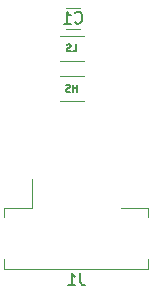
<source format=gbo>
%TF.GenerationSoftware,KiCad,Pcbnew,4.0.7-e2-6376~58~ubuntu16.04.1*%
%TF.CreationDate,2017-11-12T16:16:19-05:00*%
%TF.ProjectId,AH1892Breakout,414831383932427265616B6F75742E6B,rev?*%
%TF.FileFunction,Legend,Bot*%
%FSLAX46Y46*%
G04 Gerber Fmt 4.6, Leading zero omitted, Abs format (unit mm)*
G04 Created by KiCad (PCBNEW 4.0.7-e2-6376~58~ubuntu16.04.1) date Sun Nov 12 16:16:19 2017*
%MOMM*%
%LPD*%
G01*
G04 APERTURE LIST*
%ADD10C,0.127000*%
%ADD11C,0.120000*%
%ADD12C,0.150000*%
G04 APERTURE END LIST*
D10*
X149706000Y-95521429D02*
X149991714Y-95521429D01*
X149991714Y-94921429D01*
X149534571Y-95492857D02*
X149448857Y-95521429D01*
X149306000Y-95521429D01*
X149248857Y-95492857D01*
X149220286Y-95464286D01*
X149191714Y-95407143D01*
X149191714Y-95350000D01*
X149220286Y-95292857D01*
X149248857Y-95264286D01*
X149306000Y-95235714D01*
X149420286Y-95207143D01*
X149477428Y-95178571D01*
X149506000Y-95150000D01*
X149534571Y-95092857D01*
X149534571Y-95035714D01*
X149506000Y-94978571D01*
X149477428Y-94950000D01*
X149420286Y-94921429D01*
X149277428Y-94921429D01*
X149191714Y-94950000D01*
X150063143Y-98950429D02*
X150063143Y-98350429D01*
X150063143Y-98636143D02*
X149720286Y-98636143D01*
X149720286Y-98950429D02*
X149720286Y-98350429D01*
X149463143Y-98921857D02*
X149377429Y-98950429D01*
X149234572Y-98950429D01*
X149177429Y-98921857D01*
X149148858Y-98893286D01*
X149120286Y-98836143D01*
X149120286Y-98779000D01*
X149148858Y-98721857D01*
X149177429Y-98693286D01*
X149234572Y-98664714D01*
X149348858Y-98636143D01*
X149406000Y-98607571D01*
X149434572Y-98579000D01*
X149463143Y-98521857D01*
X149463143Y-98464714D01*
X149434572Y-98407571D01*
X149406000Y-98379000D01*
X149348858Y-98350429D01*
X149206000Y-98350429D01*
X149120286Y-98379000D01*
D11*
X150333000Y-91830000D02*
X149133000Y-91830000D01*
X149133000Y-93590000D02*
X150333000Y-93590000D01*
X143912000Y-113136000D02*
X143912000Y-113961000D01*
X143912000Y-113961000D02*
X156062000Y-113961000D01*
X156062000Y-113961000D02*
X156062000Y-113136000D01*
X143912000Y-109586000D02*
X143912000Y-108761000D01*
X143912000Y-108761000D02*
X146212000Y-108761000D01*
X156062000Y-109586000D02*
X156062000Y-108761000D01*
X156062000Y-108761000D02*
X153762000Y-108761000D01*
X146212000Y-108761000D02*
X146212000Y-106361000D01*
X148638000Y-96320000D02*
X150638000Y-96320000D01*
X150638000Y-94180000D02*
X148638000Y-94180000D01*
X150638000Y-97609000D02*
X148638000Y-97609000D01*
X148638000Y-99749000D02*
X150638000Y-99749000D01*
D12*
X149899666Y-93067143D02*
X149947285Y-93114762D01*
X150090142Y-93162381D01*
X150185380Y-93162381D01*
X150328238Y-93114762D01*
X150423476Y-93019524D01*
X150471095Y-92924286D01*
X150518714Y-92733810D01*
X150518714Y-92590952D01*
X150471095Y-92400476D01*
X150423476Y-92305238D01*
X150328238Y-92210000D01*
X150185380Y-92162381D01*
X150090142Y-92162381D01*
X149947285Y-92210000D01*
X149899666Y-92257619D01*
X148947285Y-93162381D02*
X149518714Y-93162381D01*
X149233000Y-93162381D02*
X149233000Y-92162381D01*
X149328238Y-92305238D01*
X149423476Y-92400476D01*
X149518714Y-92448095D01*
X150320333Y-114313381D02*
X150320333Y-115027667D01*
X150367953Y-115170524D01*
X150463191Y-115265762D01*
X150606048Y-115313381D01*
X150701286Y-115313381D01*
X149320333Y-115313381D02*
X149891762Y-115313381D01*
X149606048Y-115313381D02*
X149606048Y-114313381D01*
X149701286Y-114456238D01*
X149796524Y-114551476D01*
X149891762Y-114599095D01*
M02*

</source>
